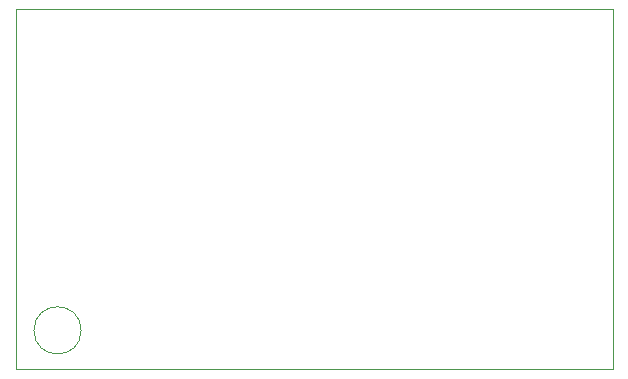
<source format=gbr>
%TF.GenerationSoftware,KiCad,Pcbnew,7.0.7*%
%TF.CreationDate,2024-05-24T10:30:38-07:00*%
%TF.ProjectId,Pinky,50696e6b-792e-46b6-9963-61645f706362,rev?*%
%TF.SameCoordinates,Original*%
%TF.FileFunction,Profile,NP*%
%FSLAX46Y46*%
G04 Gerber Fmt 4.6, Leading zero omitted, Abs format (unit mm)*
G04 Created by KiCad (PCBNEW 7.0.7) date 2024-05-24 10:30:38*
%MOMM*%
%LPD*%
G01*
G04 APERTURE LIST*
%TA.AperFunction,Profile*%
%ADD10C,0.100000*%
%TD*%
G04 APERTURE END LIST*
D10*
X124460000Y-66294000D02*
X175006000Y-66294000D01*
X175006000Y-96774000D01*
X124460000Y-96774000D01*
X124460000Y-66294000D01*
X130016000Y-93472000D02*
G75*
G03*
X130016000Y-93472000I-2000000J0D01*
G01*
M02*

</source>
